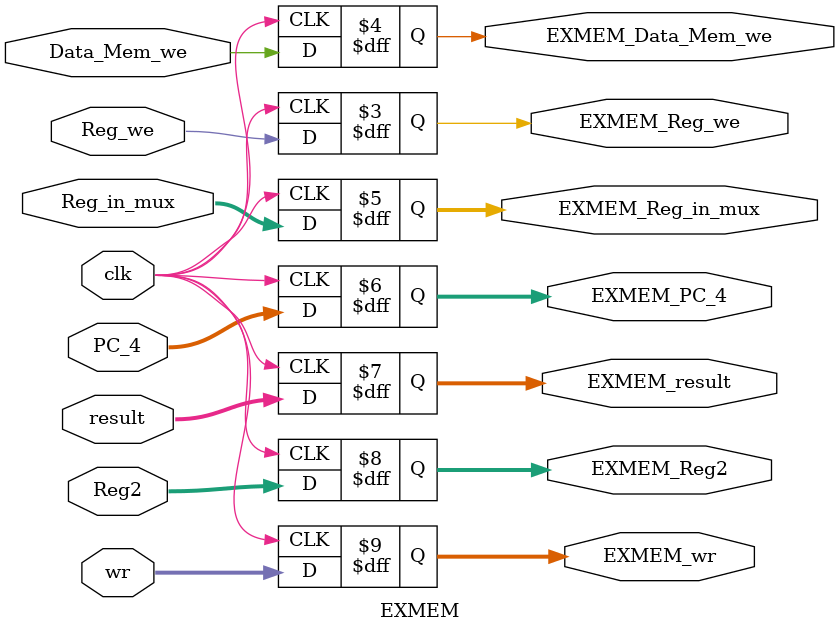
<source format=v>
`timescale 1ns / 1ps


module EXMEM(
    input clk,
    input Reg_we,
    input Data_Mem_we,
    input [1:0] Reg_in_mux,
    input [31:0] PC_4,
    input [31:0] result,
    input [31:0] Reg2,
    input [4:0] wr,
    output reg EXMEM_Reg_we,
    output reg EXMEM_Data_Mem_we,
    output reg [1:0] EXMEM_Reg_in_mux,
    output reg [31:0] EXMEM_PC_4,
    output reg [31:0] EXMEM_result,
    output reg [31:0] EXMEM_Reg2,
    output reg [4:0] EXMEM_wr
);

initial begin
    EXMEM_Reg_we <= 0;
    EXMEM_Data_Mem_we <= 0;
    EXMEM_Reg_in_mux <= 0;
    EXMEM_PC_4 <= 0;
    EXMEM_result <= 0;
    EXMEM_Reg2 <= 0;
    EXMEM_wr <= 0;
end

always @(posedge clk) begin
    EXMEM_Reg_we <= Reg_we;
    EXMEM_Data_Mem_we <= Data_Mem_we;
    EXMEM_Reg_in_mux <= Reg_in_mux;
    EXMEM_PC_4 <= PC_4;
    EXMEM_result <= result;
    EXMEM_Reg2 <= Reg2;
    EXMEM_wr <= wr;
end

endmodule

</source>
